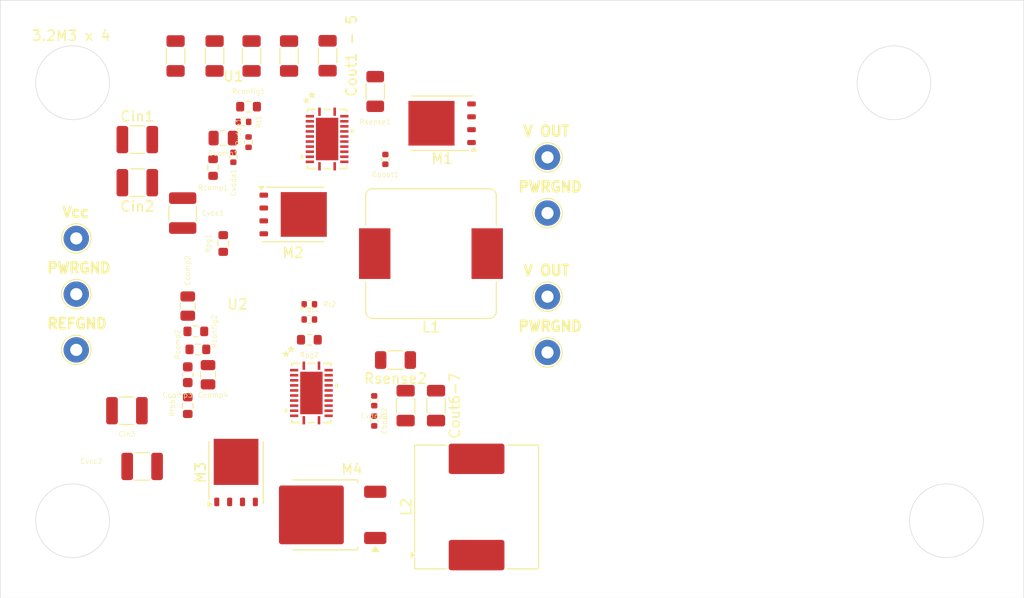
<source format=kicad_pcb>
(kicad_pcb (version 20241229) (generator "pcbnew") (generator_version "9.0")
  (layers (0 "F.Cu" signal) (4 "In1.Cu" mixed) (6 "In2.Cu" mixed) (2 "B.Cu" signal) (13 "F.Paste" user) (15 "B.Paste" user) (5 "F.SilkS" user "F.Silkscreen") (7 "B.SilkS" user "B.Silkscreen") (1 "F.Mask" user) (3 "B.Mask" user) (25 "Edge.Cuts" user))
  (net 0 "")
  (net 1 "Net-(U1-CBOOT)")
  (net 2 "Net-(M2-D)")
  (net 3 "Net-(M4-D)")
  (net 4 "Net-(U2-CBOOT)")
  (net 5 "GNDREF")
  (net 6 "Net-(Ccomp1-Pad1)")
  (net 7 "Net-(U1-EXTCOMP)")
  (net 8 "Net-(Ccomp3-Pad2)")
  (net 9 "Net-(U2-EXTCOMP)")
  (net 10 "GNDPWR")
  (net 11 "VCC")
  (net 12 "Net-(Con2-Pin_1)")
  (net 13 "Net-(Con3-Pin_1)")
  (net 14 "Net-(U1-VCC)")
  (net 15 "Net-(U2-VCC)")
  (net 16 "Net-(U1-PFM{slash}SYNC)")
  (net 17 "Net-(U2-PFM{slash}SYNC)")
  (net 18 "Net-(U1-ISNS+)")
  (net 19 "Net-(U2-ISNS+)")
  (net 20 "Net-(M1-G)")
  (net 21 "Net-(M2-G)")
  (net 22 "Net-(M3-G)")
  (net 23 "Net-(M4-G)")
  (net 24 "Net-(U1-CNFG)")
  (net 25 "Net-(U2-CNFG)")
  (net 26 "Net-(U2-FB)")
  (net 27 "Net-(U1-PG{slash}SYNCOUT)")
  (net 28 "Net-(U2-PG{slash}SYNCOUT)")
  (net 29 "Net-(U1-RT)")
  (net 30 "Net-(U2-RT)")
  (net 31 "Net-(U1-FB)")
  (footprint "Resistor_SMD:R_0402_1005Metric" (layer "F.Cu") (at 70 50 180)
    (property "Reference" "Rfbt1" (at 0 1 0) (layer "F.SilkS") (effects (font (size 0.5 0.5) (thickness 0.05))))
    (property "Value" "232K")
    (fp_line (start -0.153641 0.38) (end 0.153641 0.38) (stroke (width 0.12)) (layer "F.SilkS"))
    (fp_line (start -0.153641 -0.38) (end 0.153641 -0.38) (stroke (width 0.12)) (layer "F.SilkS"))
    (pad "1" smd roundrect (at -0.51 0 180) (size 0.54 0.64) (layers "F.Cu" "F.Mask" "F.Paste") (net 13 "Net-(Con3-Pin_1)"))
    (pad "2" smd roundrect (at 0.51 0 180) (size 0.54 0.64) (layers "F.Cu" "F.Mask" "F.Paste") (net 26 "Net-(U2-FB)"))
  )
  (footprint "Resistor_SMD:R_0603_1608Metric" (layer "F.Cu") (at 70 52)
    (property "Reference" "Rpg2" (at 0 1.5 0) (layer "F.SilkS") (effects (font (size 0.5 0.5) (thickness 0.05))))
    (property "Value" "100k")
    (fp_line (start -0.237258 -0.5225) (end 0.237258 -0.5225) (stroke (width 0.12)) (layer "F.SilkS"))
    (fp_line (start -0.237258 0.5225) (end 0.237258 0.5225) (stroke (width 0.12)) (layer "F.SilkS"))
    (pad "1" smd roundrect (at -0.825 0) (size 0.8 0.95) (layers "F.Cu" "F.Mask" "F.Paste") (net 15 "Net-(U2-VCC)"))
    (pad "2" smd roundrect (at 0.825 0) (size 0.8 0.95) (layers "F.Cu" "F.Mask" "F.Paste") (net 28 "Net-(U2-PG{slash}SYNCOUT)"))
  )
  (footprint "Capacitor_SMD:C_0402_1005Metric" (layer "F.Cu") (at 76.4036 58.02 -90)
    (property "Reference" "Cvdda2" (at 1.5 0 180) (layer "F.SilkS") (effects (font (size 0.5 0.5) (thickness 0.05))))
    (property "Value" "100n")
    (fp_line (start -0.107836 0.36) (end 0.107836 0.36) (stroke (width 0.12)) (layer "F.SilkS"))
    (fp_line (start -0.107836 -0.36) (end 0.107836 -0.36) (stroke (width 0.12)) (layer "F.SilkS"))
    (pad "1" smd roundrect (at -0.48 0 270) (size 0.56 0.62) (layers "F.Cu" "F.Mask" "F.Paste") (net 17 "Net-(U2-PFM{slash}SYNC)"))
    (pad "2" smd roundrect (at 0.48 0 270) (size 0.56 0.62) (layers "F.Cu" "F.Mask" "F.Paste") (net 5 "GNDREF"))
  )
  (footprint "Capacitor_SMD:C_0402_1005Metric" (layer "F.Cu") (at 76.4036 60.02 -90)
    (property "Reference" "Cboot2" (at 0 -1 90) (layer "F.SilkS") (effects (font (size 0.5 0.5) (thickness 0.05))))
    (property "Value" "100n")
    (fp_line (start -0.107836 0.36) (end 0.107836 0.36) (stroke (width 0.12)) (layer "F.SilkS"))
    (fp_line (start -0.107836 -0.36) (end 0.107836 -0.36) (stroke (width 0.12)) (layer "F.SilkS"))
    (pad "1" smd roundrect (at -0.48 0 270) (size 0.56 0.62) (layers "F.Cu" "F.Mask" "F.Paste") (net 4 "Net-(U2-CBOOT)"))
    (pad "2" smd roundrect (at 0.48 0 270) (size 0.56 0.62) (layers "F.Cu" "F.Mask" "F.Paste") (net 3 "Net-(M4-D)"))
  )
  (footprint "Resistor_SMD:R_0402_1005Metric" (layer "F.Cu") (at 70 48.5 180)
    (property "Reference" "Rt2" (at -2 0 0) (layer "F.SilkS") (effects (font (size 0.5 0.5) (thickness 0.05))))
    (property "Value" "29.4K")
    (fp_line (start -0.153641 0.38) (end 0.153641 0.38) (stroke (width 0.12)) (layer "F.SilkS"))
    (fp_line (start -0.153641 -0.38) (end 0.153641 -0.38) (stroke (width 0.12)) (layer "F.SilkS"))
    (pad "1" smd roundrect (at -0.51 0 180) (size 0.54 0.64) (layers "F.Cu" "F.Mask" "F.Paste") (net 5 "GNDREF"))
    (pad "2" smd roundrect (at 0.51 0 180) (size 0.54 0.64) (layers "F.Cu" "F.Mask" "F.Paste") (net 30 "Net-(U2-RT)"))
  )
  (footprint "Capacitor_SMD:C_0805_2012Metric" (layer "F.Cu") (at 60 55.45 90)
    (property "Reference" "Ccomp4" (at -2 0.5 180) (layer "F.SilkS") (effects (font (size 0.5 0.5) (thickness 0.05))))
    (property "Value" "68p")
    (fp_line (start -0.261252 -0.735) (end 0.261252 -0.735) (stroke (width 0.12)) (layer "F.SilkS"))
    (fp_line (start -0.261252 0.735) (end 0.261252 0.735) (stroke (width 0.12)) (layer "F.SilkS"))
    (pad "1" smd roundrect (at -0.95 0 90) (size 1 1.45) (layers "F.Cu" "F.Mask" "F.Paste") (net 5 "GNDREF"))
    (pad "2" smd roundrect (at 0.95 0 90) (size 1 1.45) (layers "F.Cu" "F.Mask" "F.Paste") (net 9 "Net-(U2-EXTCOMP)"))
  )
  (footprint "Capacitor_SMD:C_1210_3225Metric" (layer "F.Cu") (at 52 59 180)
    (property "Reference" "Cin3" (at 0 -2.3 0) (layer "F.SilkS") (effects (font (size 0.5 0.5) (thickness 0.05))))
    (property "Value" "3.3u")
    (fp_line (start -0.711252 1.36) (end 0.711252 1.36) (stroke (width 0.12)) (layer "F.SilkS"))
    (fp_line (start -0.711252 -1.36) (end 0.711252 -1.36) (stroke (width 0.12)) (layer "F.SilkS"))
    (pad "1" smd roundrect (at -1.475 0 180) (size 1.15 2.7) (layers "F.Cu" "F.Mask" "F.Paste") (roundrect_rratio 0.217391) (net 11 "VCC"))
    (pad "2" smd roundrect (at 1.475 0 180) (size 1.15 2.7) (layers "F.Cu" "F.Mask" "F.Paste") (roundrect_rratio 0.217391) (net 10 "GNDPWR"))
  )
  (footprint "Resistor_SMD:R_0603_1608Metric" (layer "F.Cu") (at 58 58.5 -90)
    (property "Reference" "Rfbb1" (at 0 1.5 90) (layer "F.SilkS") (effects (font (size 0.5 0.5) (thickness 0.05))))
    (property "Value" "10K")
    (fp_line (start -0.237258 0.5225) (end 0.237258 0.5225) (stroke (width 0.12)) (layer "F.SilkS"))
    (fp_line (start -0.237258 -0.5225) (end 0.237258 -0.5225) (stroke (width 0.12)) (layer "F.SilkS"))
    (pad "1" smd roundrect (at -0.825 0 270) (size 0.8 0.95) (layers "F.Cu" "F.Mask" "F.Paste") (net 26 "Net-(U2-FB)"))
    (pad "2" smd roundrect (at 0.825 0 270) (size 0.8 0.95) (layers "F.Cu" "F.Mask" "F.Paste") (net 10 "GNDPWR"))
  )
  (footprint "Wire Holes:Vout Holed" (layer "F.Cu") (at 93.5 34)
    (property "Reference" "Con2" (hide yes))
    (property "Value" "12V Out" (hide yes))
    (fp_circle (center 0 0) (end 0 1.45) (stroke (width 0.12)) (fill no) (layer "F.SilkS"))
    (fp_circle (center 0 5.5) (end 0 6.95) (stroke (width 0.12)) (fill no) (layer "F.SilkS"))
    (fp_text user "V OUT" (at -2.5 -2 0) (layer "F.SilkS") (effects (font (thickness 0.25) (bold yes)) (justify left bottom)))
    (fp_text user "PWRGND" (at -3 3.5 0) (layer "F.SilkS") (effects (font (thickness 0.25) (bold yes)) (justify left bottom)))
    (pad "1" thru_hole circle (at 0 0) (size 2.5 2.5) (drill 1.2) (layers "*.Cu" "*.Mask") (net 12 "Net-(Con2-Pin_1)"))
    (pad "2" thru_hole circle (at 0 5.5) (size 2.5 2.5) (drill 1.2) (layers "*.Cu" "*.Mask") (net 10 "GNDPWR"))
  )
  (footprint "Resistor_SMD:R_0603_1608Metric" (layer "F.Cu") (at 58.8 51.175)
    (property "Reference" "Rconfig2" (at 1.825 0 90) (layer "F.SilkS") (effects (font (size 0.5 0.5) (thickness 0.05))))
    (property "Value" "40.2K")
    (fp_line (start -0.237258 -0.5225) (end 0.237258 -0.5225) (stroke (width 0.12)) (layer "F.SilkS"))
    (fp_line (start -0.237258 0.5225) (end 0.237258 0.5225) (stroke (width 0.12)) (layer "F.SilkS"))
    (pad "1" smd roundrect (at -0.825 0) (size 0.8 0.95) (layers "F.Cu" "F.Mask" "F.Paste") (net 5 "GNDREF"))
    (pad "2" smd roundrect (at 0.825 0) (size 0.8 0.95) (layers "F.Cu" "F.Mask" "F.Paste") (net 25 "Net-(U2-CNFG)"))
  )
  (footprint "Resistor_SMD:R_0603_1608Metric" (layer "F.Cu") (at 61.5 42.5 -90)
    (property "Reference" "Rpg1" (at 0 1.5 90) (layer "F.SilkS") (effects (font (size 0.5 0.5) (thickness 0.05))))
    (property "Value" "100K")
    (fp_line (start -0.237258 0.5225) (end 0.237258 0.5225) (stroke (width 0.12)) (layer "F.SilkS"))
    (fp_line (start -0.237258 -0.5225) (end 0.237258 -0.5225) (stroke (width 0.12)) (layer "F.SilkS"))
    (pad "1" smd roundrect (at -0.825 0 270) (size 0.8 0.95) (layers "F.Cu" "F.Mask" "F.Paste") (net 14 "Net-(U1-VCC)"))
    (pad "2" smd roundrect (at 0.825 0 270) (size 0.8 0.95) (layers "F.Cu" "F.Mask" "F.Paste") (net 27 "Net-(U1-PG{slash}SYNCOUT)"))
  )
  (footprint "Package_TO_SOT_SMD:TO-252-2" (layer "F.Cu") (at 71.46 69.28 180)
    (property "Reference" "M4" (at -2.74 4.5 0) (layer "F.SilkS"))
    (property "Value" "100V 200A")
    (fp_line (start 3.11 3.45) (end -3.31 3.45) (stroke (width 0.12)) (layer "F.SilkS"))
    (fp_line (start 3.11 -3.45) (end -3.31 -3.45) (stroke (width 0.12)) (layer "F.SilkS"))
    (fp_line (start -3.31 3.45) (end -3.31 3.18) (stroke (width 0.12)) (layer "F.SilkS"))
    (fp_line (start -3.31 -3.45) (end -3.31 -3.18) (stroke (width 0.12)) (layer "F.SilkS"))
    (fp_poly (pts (xy -5.04 -3.14) (xy -5.38 -3.61) (xy -4.7 -3.61)) (stroke (width 0.12)) (fill yes) (layer "F.SilkS"))
    (pad "1" smd roundrect (at -5.04 -2.28 180) (size 2.2 1.2) (layers "F.Cu" "F.Mask" "F.Paste") (roundrect_rratio 0.208333) (net 23 "Net-(M4-G)"))
    (pad "2" smd roundrect (at 1.26 0 180) (size 6.4 5.8) (layers "F.Cu" "F.Mask") (roundrect_rratio 0.043103) (net 3 "Net-(M4-D)"))
    (pad "3" smd roundrect (at -5.04 2.28 180) (size 2.2 1.2) (layers "F.Cu" "F.Mask" "F.Paste") (roundrect_rratio 0.208333) (net 10 "GNDPWR"))
  )
  (footprint "Capacitor_SMD:C_1206_3216Metric" (layer "F.Cu") (at 79.5 58.5 -90)
    (property "Reference" "Cout7" (hide yes))
    (property "Value" "4.7u")
    (fp_line (start -0.711252 0.91) (end 0.711252 0.91) (stroke (width 0.12)) (layer "F.SilkS"))
    (fp_line (start -0.711252 -0.91) (end 0.711252 -0.91) (stroke (width 0.12)) (layer "F.SilkS"))
    (pad "1" smd roundrect (at -1.475 0 270) (size 1.15 1.8) (layers "F.Cu" "F.Mask" "F.Paste") (roundrect_rratio 0.217391) (net 13 "Net-(Con3-Pin_1)"))
    (pad "2" smd roundrect (at 1.475 0 270) (size 1.15 1.8) (layers "F.Cu" "F.Mask" "F.Paste") (roundrect_rratio 0.217391) (net 10 "GNDPWR"))
  )
  (footprint "Resistor_SMD:R_0603_1608Metric" (layer "F.Cu") (at 59 52.95)
    (property "Reference" "Rcomp2" (at -2 -0.5 90) (layer "F.SilkS") (effects (font (size 0.5 0.5) (thickness 0.05))))
    (property "Value" "5.23k")
    (fp_line (start -0.237258 -0.5225) (end 0.237258 -0.5225) (stroke (width 0.12)) (layer "F.SilkS"))
    (fp_line (start -0.237258 0.5225) (end 0.237258 0.5225) (stroke (width 0.12)) (layer "F.SilkS"))
    (pad "1" smd roundrect (at -0.825 0) (size 0.8 0.95) (layers "F.Cu" "F.Mask" "F.Paste") (net 8 "Net-(Ccomp3-Pad2)"))
    (pad "2" smd roundrect (at 0.825 0) (size 0.8 0.95) (layers "F.Cu" "F.Mask" "F.Paste") (net 9 "Net-(U2-EXTCOMP)"))
  )
  (footprint "Package_TO_SOT_SMD:TDSON-8-1" (layer "F.Cu") (at 83.1 30.635 180)
    (property "Reference" "M1" (at 0 -3.5 0) (layer "F.SilkS"))
    (property "Value" "80V 77A")
    (fp_line (start 3.06 2.685) (end -3.06 2.685) (stroke (width 0.12)) (layer "F.SilkS"))
    (fp_line (start 3.06 -2.685) (end -2.62 -2.685) (stroke (width 0.12)) (layer "F.SilkS"))
    (fp_poly (pts (xy -3.131622 -2.42027) (xy -3.371622 -2.75027) (xy -2.891622 -2.75027) (xy -3.131622 -2.42027)) (stroke (width 0.12)) (fill yes) (layer "F.SilkS"))
    (pad "1" smd roundrect (at -2.9 -1.905 180) (size 0.85 0.5) (layers "F.Cu" "F.Mask" "F.Paste") (net 2 "Net-(M2-D)"))
    (pad "2" smd roundrect (at -2.9 -0.635 180) (size 0.85 0.5) (layers "F.Cu" "F.Mask" "F.Paste") (net 2 "Net-(M2-D)"))
    (pad "3" smd roundrect (at -2.9 0.635 180) (size 0.85 0.5) (layers "F.Cu" "F.Mask" "F.Paste") (net 2 "Net-(M2-D)"))
    (pad "4" smd roundrect (at -2.9 1.905 180) (size 0.85 0.5) (layers "F.Cu" "F.Mask" "F.Paste") (net 20 "Net-(M1-G)"))
    (pad "5" smd rect (at 1.05 0 180) (size 4.55 4.41) (layers "F.Cu") (net 11 "VCC"))
  )
  (footprint "Resistor_SMD:R_1206_3216Metric" (layer "F.Cu") (at 76.5 27.5 90)
    (property "Reference" "Rsense1" (at -3 0 0) (layer "F.SilkS") (effects (font (size 0.5 0.5) (thickness 0.05))))
    (property "Value" "6m")
    (fp_line (start -0.727064 -0.91) (end 0.727064 -0.91) (stroke (width 0.12)) (layer "F.SilkS"))
    (fp_line (start -0.727064 0.91) (end 0.727064 0.91) (stroke (width 0.12)) (layer "F.SilkS"))
    (pad "1" smd roundrect (at -1.4625 0 90) (size 1.125 1.75) (layers "F.Cu" "F.Mask" "F.Paste") (roundrect_rratio 0.222222) (net 18 "Net-(U1-ISNS+)"))
    (pad "2" smd roundrect (at 1.4625 0 90) (size 1.125 1.75) (layers "F.Cu" "F.Mask" "F.Paste") (roundrect_rratio 0.222222) (net 12 "Net-(Con2-Pin_1)"))
  )
  (footprint "Inductor_SMD:L_Coilcraft_MSS1210-XXX" (layer "F.Cu") (at 86.5 68.5 90)
    (property "Reference" "L2" (at 0 -6.95 90) (layer "F.SilkS"))
    (property "Value" "10u")
    (fp_line (start 6.11 -6.11) (end 6.11 -3.01) (stroke (width 0.12)) (layer "F.SilkS"))
    (fp_line (start -4.453 -6.11) (end 6.11 -6.11) (stroke (width 0.12)) (layer "F.SilkS"))
    (fp_line (start -6.11 -6.11) (end -5.047 -6.11) (stroke (width 0.12)) (layer "F.SilkS"))
    (fp_line (start -6.11 -3.01) (end -6.11 -6.11) (stroke (width 0.12)) (layer "F.SilkS"))
    (fp_line (start 6.11 3.01) (end 6.11 6.11) (stroke (width 0.12)) (layer "F.SilkS"))
    (fp_line (start 6.11 6.11) (end -6.11 6.11) (stroke (width 0.12)) (layer "F.SilkS"))
    (fp_line (start -6.11 6.11) (end -6.11 3.01) (stroke (width 0.12)) (layer "F.SilkS"))
    (fp_poly (pts (xy -4.75 -6.11) (xy -4.99 -6.44) (xy -4.51 -6.44)) (stroke (width 0.12)) (fill yes) (layer "F.SilkS"))
    (pad "1" smd roundrect (at -4.75 0 90) (size 3 5.5) (layers "F.Cu" "F.Mask" "F.Paste") (roundrect_rratio 0.083333) (net 3 "Net-(M4-D)"))
    (pad "2" smd roundrect (at 4.75 0 90) (size 3 5.5) (layers "F.Cu" "F.Mask" "F.Paste") (roundrect_rratio 0.083333) (net 19 "Net-(U2-ISNS+)"))
  )
  (footprint "Resistor_SMD:R_0603_1608Metric" (layer "F.Cu") (at 60.5 35 -90)
    (property "Reference" "Rcomp1" (at 2 0 0) (layer "F.SilkS") (effects (font (size 0.5 0.5) (thickness 0.05))))
    (property "Value" "4.7K")
    (fp_line (start -0.237258 0.5225) (end 0.237258 0.5225) (stroke (width 0.12)) (layer "F.SilkS"))
    (fp_line (start -0.237258 -0.5225) (end 0.237258 -0.5225) (stroke (width 0.12)) (layer "F.SilkS"))
    (pad "1" smd roundrect (at -0.825 0 270) (size 0.8 0.95) (layers "F.Cu" "F.Mask" "F.Paste") (net 6 "Net-(Ccomp1-Pad1)"))
    (pad "2" smd roundrect (at 0.825 0 270) (size 0.8 0.95) (layers "F.Cu" "F.Mask" "F.Paste") (net 7 "Net-(U1-EXTCOMP)"))
  )
  (footprint "Capacitor_SMD:C_0805_2012Metric" (layer "F.Cu") (at 61.5 32.1)
    (property "Reference" "Ccomp1" (at 0 1.5 0) (layer "F.SilkS") (effects (font (size 0.5 0.5) (thickness 0.05))))
    (property "Value" "3.9n")
    (fp_line (start -0.261252 -0.735) (end 0.261252 -0.735) (stroke (width 0.12)) (layer "F.SilkS"))
    (fp_line (start -0.261252 0.735) (end 0.261252 0.735) (stroke (width 0.12)) (layer "F.SilkS"))
    (pad "1" smd roundrect (at -0.95 0) (size 1 1.45) (layers "F.Cu" "F.Mask" "F.Paste") (net 6 "Net-(Ccomp1-Pad1)"))
    (pad "2" smd roundrect (at 0.95 0) (size 1 1.45) (layers "F.Cu" "F.Mask" "F.Paste") (net 5 "GNDREF"))
  )
  (footprint "Capacitor_SMD:C_1210_3225Metric" (layer "F.Cu") (at 53.025 32.25)
    (property "Reference" "Cin1" (at 0 -2.3 0) (layer "F.SilkS"))
    (property "Value" "2.2u")
    (fp_line (start -0.711252 -1.36) (end 0.711252 -1.36) (stroke (width 0.12)) (layer "F.SilkS"))
    (fp_line (start -0.711252 1.36) (end 0.711252 1.36) (stroke (width 0.12)) (layer "F.SilkS"))
    (pad "1" smd roundrect (at -1.475 0) (size 1.15 2.7) (layers "F.Cu" "F.Mask" "F.Paste") (roundrect_rratio 0.217391) (net 11 "VCC"))
    (pad "2" smd roundrect (at 1.475 0) (size 1.15 2.7) (layers "F.Cu" "F.Mask" "F.Paste") (roundrect_rratio 0.217391) (net 10 "GNDPWR"))
  )
  (footprint "Capacitor_SMD:C_1206_3216Metric" (layer "F.Cu") (at 68 24 -90)
    (property "Reference" "Cout2" (hide yes))
    (property "Value" "10u")
    (fp_line (start -0.711252 0.91) (end 0.711252 0.91) (stroke (width 0.12)) (layer "F.SilkS"))
    (fp_line (start -0.711252 -0.91) (end 0.711252 -0.91) (stroke (width 0.12)) (layer "F.SilkS"))
    (pad "1" smd roundrect (at -1.475 0 270) (size 1.15 1.8) (layers "F.Cu" "F.Mask" "F.Paste") (roundrect_rratio 0.217391) (net 12 "Net-(Con2-Pin_1)"))
    (pad "2" smd roundrect (at 1.475 0 270) (size 1.15 1.8) (layers "F.Cu" "F.Mask" "F.Paste") (roundrect_rratio 0.217391) (net 10 "GNDPWR"))
  )
  (footprint "Resistor_SMD:R_0603_1608Metric" (layer "F.Cu") (at 64 29)
    (property "Reference" "Rconfig1" (at 0 -1.5 0) (layer "F.SilkS") (effects (font (size 0.5 0.5) (thickness 0.05))))
    (property "Value" "40.2K")
    (fp_line (start -0.237258 -0.5225) (end 0.237258 -0.5225) (stroke (width 0.12)) (layer "F.SilkS"))
    (fp_line (start -0.237258 0.5225) (end 0.237258 0.5225) (stroke (width 0.12)) (layer "F.SilkS"))
    (pad "1" smd roundrect (at -0.825 0) (size 0.8 0.95) (layers "F.Cu" "F.Mask" "F.Paste") (net 5 "GNDREF"))
    (pad "2" smd roundrect (at 0.825 0) (size 0.8 0.95) (layers "F.Cu" "F.Mask" "F.Paste") (net 24 "Net-(U1-CNFG)"))
  )
  (footprint "Capacitor_SMD:C_0805_2012Metric" (layer "F.Cu") (at 58 48.675 -90)
    (property "Reference" "Ccomp2" (at -3.5 0 90) (layer "F.SilkS") (effects (font (size 0.5 0.5) (thickness 0.05))))
    (property "Value" "100p")
    (fp_line (start -0.261252 0.735) (end 0.261252 0.735) (stroke (width 0.12)) (layer "F.SilkS"))
    (fp_line (start -0.261252 -0.735) (end 0.261252 -0.735) (stroke (width 0.12)) (layer "F.SilkS"))
    (pad "1" smd roundrect (at -0.95 0 270) (size 1 1.45) (layers "F.Cu" "F.Mask" "F.Paste") (net 7 "Net-(U1-EXTCOMP)"))
    (pad "2" smd roundrect (at 0.95 0 270) (size 1 1.45) (layers "F.Cu" "F.Mask" "F.Paste") (net 5 "GNDREF"))
  )
  (footprint "Resistor_SMD:R_0402_1005Metric" (layer "F.Cu") (at 64 32.5 -90)
    (property "Reference" "Rvdda1" (at -1.01 1 90) (layer "F.SilkS") (effects (font (size 0.5 0.5) (thickness 0.05))))
    (property "Value" "47.5K")
    (fp_line (start -0.153641 0.38) (end 0.153641 0.38) (stroke (width 0.12)) (layer "F.SilkS"))
    (fp_line (start -0.153641 -0.38) (end 0.153641 -0.38) (stroke (width 0.12)) (layer "F.SilkS"))
    (pad "1" smd roundrect (at -0.51 0 270) (size 0.54 0.64) (layers "F.Cu" "F.Mask" "F.Paste") (net 31 "Net-(U1-FB)"))
    (pad "2" smd roundrect (at 0.51 0 270) (size 0.54 0.64) (layers "F.Cu" "F.Mask" "F.Paste") (net 16 "Net-(U1-PFM{slash}SYNC)"))
  )
  (footprint "Wire Holes:Vin Holes" (layer "F.Cu") (at 47 42)
    (property "Reference" "Con1" (hide yes))
    (property "Value" "Battery In" (hide yes))
    (fp_circle (center 0 0) (end 0 1.45) (stroke (width 0.12)) (fill no) (layer "F.SilkS"))
    (fp_circle (center 0 5.5) (end 0 6.95) (stroke (width 0.12)) (fill no) (layer "F.SilkS"))
    (fp_circle (center 0 11) (end 0 12.45) (stroke (width 0.12)) (fill no) (layer "F.SilkS"))
    (fp_text user "PWRGND" (at -3 3.5 0) (layer "F.SilkS") (effects (font (thickness 0.25) (bold yes)) (justify left bottom)))
    (fp_text user "REFGND" (at -3 9 0) (layer "F.SilkS") (effects (font (thickness 0.25) (bold yes)) (justify left bottom)))
    (fp_text user "Vcc" (at -1.5 -2 0) (layer "F.SilkS") (effects (font (thickness 0.25) (bold yes)) (justify left bottom)))
    (pad "1" thru_hole circle (at 0 0) (size 2.5 2.5) (drill 1.2) (layers "*.Cu" "*.Mask") (net 11 "VCC"))
    (pad "2" thru_hole circle (at 0 5.5) (size 2.5 2.5) (drill 1.2) (layers "*.Cu" "*.Mask") (net 10 "GNDPWR"))
    (pad "3" thru_hole circle (at 0 11) (size 2.5 2.5) (drill 1.2) (layers "*.Cu" "*.Mask") (net 5 "GNDREF"))
  )
  (footprint "Wire Holes:Vout Holed" (layer "F.Cu") (at 93.5 47.75)
    (property "Reference" "Con3" (hide yes))
    (property "Value" "19.5V Out" (hide yes))
    (fp_circle (center 0 0) (end 0 1.45) (stroke (width 0.12)) (fill no) (layer "F.SilkS"))
    (fp_circle (center 0 5.5) (end 0 6.95) (stroke (width 0.12)) (fill no) (layer "F.SilkS"))
    (fp_text user "V OUT" (at -2.5 -2 0) (layer "F.SilkS") (effects (font (thickness 0.25) (bold yes)) (justify left bottom)))
    (fp_text user "PWRGND" (at -3 3.5 0) (layer "F.SilkS") (effects (font (thickness 0.25) (bold yes)) (justify left bottom)))
    (pad "1" thru_hole circle (at 0 0) (size 2.5 2.5) (drill 1.2) (layers "*.Cu" "*.Mask") (net 13 "Net-(Con3-Pin_1)"))
    (pad "2" thru_hole circle (at 0 5.5) (size 2.5 2.5) (drill 1.2) (layers "*.Cu" "*.Mask") (net 10 "GNDPWR"))
  )
  (footprint "Inductor_SMD:L_Bourns_SRP1245A" (layer "F.Cu") (at 82 43.5 180)
    (property "Reference" "L1" (at 0 -7.25 0) (layer "F.SilkS"))
    (property "Value" "6.8u")
    (fp_line (start 6.45 2.8) (end 6.45 5.7) (stroke (width 0.12)) (layer "F.SilkS"))
    (fp_line (start 6.45 -5.7) (end 6.45 -2.8) (stroke (width 0.12)) (layer "F.SilkS"))
    (fp_line (start 5.75 6.4) (end -5.75 6.4) (stroke (width 0.12)) (layer "F.SilkS"))
    (fp_line (start -5.75 -6.4) (end 5.75 -6.4) (stroke (width 0.12)) (layer "F.SilkS"))
    (fp_line (start -6.45 2.8) (end -6.45 5.7) (stroke (width 0.12)) (layer "F.SilkS"))
    (fp_line (start -6.45 -5.75) (end -6.45 -2.8) (stroke (width 0.12)) (layer "F.SilkS"))
    (fp_arc (start 6.45 5.7) (mid 6.244975 6.194975) (end 5.75 6.4) (stroke (width 0.12)) (layer "F.SilkS"))
    (fp_arc (start 5.75 -6.4) (mid 6.244975 -6.194975) (end 6.45 -5.7) (stroke (width 0.12)) (layer "F.SilkS"))
    (fp_arc (start -5.75 6.4) (mid -6.244975 6.194975) (end -6.45 5.7) (stroke (width 0.12)) (layer "F.SilkS"))
    (fp_arc (start -6.45 -5.7) (mid -6.244975 -6.194975) (end -5.75 -6.4) (stroke (width 0.12)) (layer "F.SilkS"))
    (pad "1" smd rect (at -5.55 0 180) (size 3.1 5) (layers "F.Cu" "F.Mask" "F.Paste") (net 2 "Net-(M2-D)"))
    (pad "2" smd rect (at 5.55 0 180) (size 3.1 5) (layers "F.Cu" "F.Mask" "F.Paste") (net 18 "Net-(U1-ISNS+)"))
  )
  (footprint "Capacitor_SMD:C_1206_3216Metric" (layer "F.Cu") (at 82.5 58.5 -90)
    (property "Reference" "Cout6-7" (at 0 -1.85 90) (layer "F.SilkS"))
    (property "Value" "4.7u")
    (fp_line (start -0.711252 0.91) (end 0.711252 0.91) (stroke (width 0.12)) (layer "F.SilkS"))
    (fp_line (start -0.711252 -0.91) (end 0.711252 -0.91) (stroke (width 0.12)) (layer "F.SilkS"))
    (pad "1" smd roundrect (at -1.475 0 270) (size 1.15 1.8) (layers "F.Cu" "F.Mask" "F.Paste") (roundrect_rratio 0.217391) (net 13 "Net-(Con3-Pin_1)"))
    (pad "2" smd roundrect (at 1.475 0 270) (size 1.15 1.8) (layers "F.Cu" "F.Mask" "F.Paste") (roundrect_rratio 0.217391) (net 10 "GNDPWR"))
  )
  (footprint "Capacitor_SMD:C_1206_3216Metric" (layer "F.Cu") (at 64.3 24 -90)
    (property "Reference" "Cout3" (hide yes))
    (property "Value" "10u")
    (fp_line (start -0.711252 0.91) (end 0.711252 0.91) (stroke (width 0.12)) (layer "F.SilkS"))
    (fp_line (start -0.711252 -0.91) (end 0.711252 -0.91) (stroke (width 0.12)) (layer "F.SilkS"))
    (pad "1" smd roundrect (at -1.475 0 270) (size 1.15 1.8) (layers "F.Cu" "F.Mask" "F.Paste") (roundrect_rratio 0.217391) (net 12 "Net-(Con2-Pin_1)"))
    (pad "2" smd roundrect (at 1.475 0 270) (size 1.15 1.8) (layers "F.Cu" "F.Mask" "F.Paste") (roundrect_rratio 0.217391) (net 10 "GNDPWR"))
  )
  (footprint "Capacitor_SMD:C_1206_3216Metric" (layer "F.Cu") (at 60.65 24 -90)
    (property "Reference" "Cout4" (hide yes))
    (property "Value" "10u")
    (fp_line (start -0.711252 0.91) (end 0.711252 0.91) (stroke (width 0.12)) (layer "F.SilkS"))
    (fp_line (start -0.711252 -0.91) (end 0.711252 -0.91) (stroke (width 0.12)) (layer "F.SilkS"))
    (pad "1" smd roundrect (at -1.475 0 270) (size 1.15 1.8) (layers "F.Cu" "F.Mask" "F.Paste") (roundrect_rratio 0.217391) (net 12 "Net-(Con2-Pin_1)"))
    (pad "2" smd roundrect (at 1.475 0 270) (size 1.15 1.8) (layers "F.Cu" "F.Mask" "F.Paste") (roundrect_rratio 0.217391) (net 10 "GNDPWR"))
  )
  (footprint "Resistor_SMD:R_0402_1005Metric" (layer "F.Cu") (at 63.5 30.5)
    (property "Reference" "Rt1" (at 1.5 0 90) (layer "F.SilkS") (effects (font (size 0.5 0.5) (thickness 0.05))))
    (property "Value" "39K")
    (fp_line (start -0.153641 -0.38) (end 0.153641 -0.38) (stroke (width 0.12)) (layer "F.SilkS"))
    (fp_line (start -0.153641 0.38) (end 0.153641 0.38) (stroke (width 0.12)) (layer "F.SilkS"))
    (pad "1" smd roundrect (at -0.51 0) (size 0.54 0.64) (layers "F.Cu" "F.Mask" "F.Paste") (net 5 "GNDREF"))
    (pad "2" smd roundrect (at 0.51 0) (size 0.54 0.64) (layers "F.Cu" "F.Mask" "F.Paste") (net 29 "Net-(U1-RT)"))
  )
  (footprint "LM5149:VQFN24_RGY_TEX" (layer "F.Cu") (at 71.750001 32.1924)
    (property "Reference" "U1" (at -9.249999 -6.1924 0) (layer "F.SilkS"))
    (property "Value" "LM5149RGYR")
    (fp_line (start -1.9304 -2.921) (end -1.9304 -2.709741) (stroke (width 0.1524)) (layer "F.SilkS"))
    (fp_line (start -1.9304 2.709741) (end -1.9304 2.921) (stroke (width 0.1524)) (layer "F.SilkS"))
    (fp_line (start -1.9304 2.921) (end -1.209741 2.921) (stroke (width 0.1524)) (layer "F.SilkS"))
    (fp_line (start -1.209741 -2.921) (end -1.9304 -2.921) (stroke (width 0.1524)) (layer "F.SilkS"))
    (fp_line (start -0.290261 2.921) (end 0.290261 2.921) (stroke (width 0.1524)) (layer "F.SilkS"))
    (fp_line (start 0.290261 -2.921) (end -0.290261 -2.921) (stroke (width 0.1524)) (layer "F.SilkS"))
    (fp_line (start 1.209741 2.921) (end 1.9304 2.921) (stroke (width 0.1524)) (layer "F.SilkS"))
    (fp_line (start 1.9304 -2.921) (end 1.209741 -2.921) (stroke (width 0.1524)) (layer "F.SilkS"))
    (fp_line (start 1.9304 -2.709741) (end 1.9304 -2.921) (stroke (width 0.1524)) (layer "F.SilkS"))
    (fp_line (start 1.9304 2.921) (end 1.9304 2.709741) (stroke (width 0.1524)) (layer "F.SilkS"))
    (fp_poly (pts (xy -2.6162 1.559499) (xy -2.6162 1.940499) (xy -2.3622 1.940499) (xy -2.3622 1.559499)) (fill yes) (layer "F.SilkS"))
    (fp_poly (pts (xy 2.6162 -0.940501) (xy 2.6162 -0.559501) (xy 2.3622 -0.559501) (xy 2.3622 -0.940501)) (fill yes) (layer "F.SilkS"))
    (fp_text user "*" (at -1.5 -4 0) (layer "F.SilkS"))
    (fp_text user "*" (at -2.04 -3.5 0) (layer "F.SilkS"))
    (pad "1" smd rect (at -0.750001 -2.6924) (size 0.254 0.8128) (layers "F.Cu" "F.Mask" "F.Paste") (net 5 "GNDREF"))
    (pad "2" smd rect (at -1.7018 -2.250001 90) (size 0.254 0.8128) (layers "F.Cu" "F.Mask" "F.Paste"))
    (pad "3" smd rect (at -1.7018 -1.749999 90) (size 0.254 0.8128) (layers "F.Cu" "F.Mask" "F.Paste") (net 24 "Net-(U1-CNFG)"))
    (pad "4" smd rect (at -1.7018 -1.25 90) (size 0.254 0.8128) (layers "F.Cu" "F.Mask" "F.Paste") (net 29 "Net-(U1-RT)"))
    (pad "5" smd rect (at -1.7018 -0.750001 90) (size 0.254 0.8128) (layers "F.Cu" "F.Mask" "F.Paste") (net 7 "Net-(U1-EXTCOMP)"))
    (pad "6" smd rect (at -1.7018 -0.25 90) (size 0.254 0.8128) (layers "F.Cu" "F.Mask" "F.Paste") (net 31 "Net-(U1-FB)"))
    (pad "7" smd rect (at -1.7018 0.25 90) (size 0.254 0.8128) (layers "F.Cu" "F.Mask" "F.Paste") (net 5 "GNDREF"))
    (pad "8" smd rect (at -1.7018 0.750001 90) (size 0.254 0.8128) (layers "F.Cu" "F.Mask" "F.Paste") (net 16 "Net-(U1-PFM{slash}SYNC)"))
    (pad "9" smd rect (at -1.7018 1.25 90) (size 0.254 0.8128) (layers "F.Cu" "F.Mask" "F.Paste") (net 14 "Net-(U1-VCC)"))
    (pad "10" smd rect (at -1.7018 1.749999 90) (size 0.254 0.8128) (layers "F.Cu" "F.Mask" "F.Paste") (net 10 "GNDPWR"))
    (pad "11" smd rect (at -1.7018 2.250001 90) (size 0.254 0.8128) (layers "F.Cu" "F.Mask" "F.Paste") (net 21 "Net-(M2-G)"))
    (pad "12" smd rect (at -0.750001 2.6924) (size 0.254 0.8128) (layers "F.Cu" "F.Mask" "F.Paste") (net 11 "VCC"))
    (pad "13" smd rect (at 0.750001 2.6924) (size 0.254 0.8128) (layers "F.Cu" "F.Mask" "F.Paste") (net 20 "Net-(M1-G)"))
    (pad "14" smd rect (at 1.7018 2.250001 90) (size 0.254 0.8128) (layers "F.Cu" "F.Mask" "F.Paste") (net 2 "Net-(M2-D)"))
    (pad "15" smd rect (at 1.7018 1.749999 90) (size 0.254 0.8128) (layers "F.Cu" "F.Mask" "F.Paste") (net 1 "Net-(U1-CBOOT)"))
    (pad "16" smd rect (at 1.7018 1.25 90) (size 0.254 0.8128) (layers "F.Cu" "F.Mask" "F.Paste") (net 5 "GNDREF"))
    (pad "17" smd rect (at 1.7018 0.750001 90) (size 0.254 0.8128) (layers "F.Cu" "F.Mask" "F.Paste") (net 27 "Net-(U1-PG{slash}SYNCOUT)"))
    (pad "18" smd rect (at 1.7018 0.25 90) (size 0.254 0.8128) (layers "F.Cu" "F.Mask" "F.Paste") (net 16 "Net-(U1-PFM{slash}SYNC)"))
    (pad "19" smd rect (at 1.7018 -0.25 90) (size 0.254 0.8128) (layers "F.Cu" "F.Mask" "F.Paste") (net 11 "VCC"))
    (pad "20" smd rect (at 1.7018 -0.750001 90) (size 0.254 0.8128) (layers "F.Cu" "F.Mask" "F.Paste") (net 18 "Net-(U1-ISNS+)"))
    (pad "21" smd rect (at 1.7018 -1.25 90) (size 0.254 0.8128) (layers "F.Cu" "F.Mask" "F.Paste") (net 12 "Net-(Con2-Pin_1)"))
    (pad "22" smd rect (at 1.7018 -1.749999 90) (size 0.254 0.8128) (layers "F.Cu" "F.Mask" "F.Paste"))
    (pad "23" smd rect (at 1.7018 -2.250001 90) (size 0.254 0.8128) (layers "F.Cu" "F.Mask" "F.Paste"))
    (pad "24" smd rect (at 0.750001 -2.6924) (size 0.254 0.8128) (layers "F.Cu" "F.Mask" "F.Paste") (net 5 "GNDREF"))
    (pad "25" smd rect (at 0 0) (size 2.2098 4.191) (layers "F.Cu" "F.Mask" "F.Paste") (net 5 "GNDREF"))
  )
  (footprint "Package_TO_SOT_SMD:TDSON-8-1" (layer "F.Cu") (at 68.4 39.635)
    (property "Reference" "M2" (at 0 3.785 0) (layer "F.SilkS"))
    (property "Value" "80V 77A")
    (fp_line (start 3.06 -2.685) (end -2.62 -2.685) (stroke (width 0.12)) (layer "F.SilkS"))
    (fp_line (start 3.06 2.685) (end -3.06 2.685) (stroke (width 0.12)) (layer "F.SilkS"))
    (fp_poly (pts (xy -3.131622 -2.42027) (xy -3.371622 -2.75027) (xy -2.891622 -2.75027) (xy -3.131622 -2.42027)) (stroke (width 0.12)) (fill yes) (layer "F.SilkS"))
    (pad "1" smd roundrect (at -2.9 -1.905) (size 0.85 0.5) (layers "F.Cu" "F.Mask" "F.Paste") (net 10 "GNDPWR"))
    (pad "2" smd roundrect (at -2.9 -0.635) (size 0.85 0.5) (layers "F.Cu" "F.Mask" "F.Paste") (net 10 "GNDPWR"))
    (pad "3" smd roundrect (at -2.9 0.635) (size 0.85 0.5) (layers "F.Cu" "F.Mask" "F.Paste") (net 10 "GNDPWR"))
    (pad "4" smd roundrect (at -2.9 1.905) (size 0.85 0.5) (layers "F.Cu" "F.Mask" "F.Paste") (net 21 "Net-(M2-G)"))
    (pad "5" smd rect (at 1.05 0) (size 4.55 4.41) (layers "F.Cu") (net 2 "Net-(M2-D)"))
  )
  (footprint "LM5149:VQFN24_RGY_TEX" (layer "F.Cu") (at 70.2018 57.25)
    (property "Reference" "U2" (at -7.2982 -8.75 0) (layer "F.SilkS"))
    (property "Value" "LM5149RGYR")
    (fp_line (start -1.9304 -2.921) (end -1.9304 -2.709741) (stroke (width 0.1524)) (layer "F.SilkS"))
    (fp_line (start -1.9304 2.709741) (end -1.9304 2.921) (stroke (width 0.1524)) (layer "F.SilkS"))
    (fp_line (start -1.9304 2.921) (end -1.209741 2.921) (stroke (width 0.1524)) (layer "F.SilkS"))
    (fp_line (start -1.209741 -2.921) (end -1.9304 -2.921) (stroke (width 0.1524)) (layer "F.SilkS"))
    (fp_line (start -0.290261 2.921) (end 0.290261 2.921) (stroke (width 0.1524)) (layer "F.SilkS"))
    (fp_line (start 0.290261 -2.921) (end -0.290261 -2.921) (stroke (width 0.1524)) (layer "F.SilkS"))
    (fp_line (start 1.209741 2.921) (end 1.9304 2.921) (stroke (width 0.1524)) (layer "F.SilkS"))
    (fp_line (start 1.9304 -2.921) (end 1.209741 -2.921) (stroke (width 0.1524)) (layer "F.SilkS"))
    (fp_line (start 1.9304 -2.709741) (end 1.9304 -2.921) (stroke (width 0.1524)) (layer "F.SilkS"))
    (fp_line (start 1.9304 2.921) (end 1.9304 2.709741) (stroke (width 0.1524)) (layer "F.SilkS"))
    (fp_poly (pts (xy -2.6162 1.559499) (xy -2.6162 1.940499) (xy -2.3622 1.940499) (xy -2.3622 1.559499)) (fill yes) (layer "F.SilkS"))
    (fp_poly (pts (xy 2.6162 -0.940501) (xy 2.6162 -0.559501) (xy 2.3622 -0.559501) (xy 2.3622 -0.940501)) (fill yes) (layer "F.SilkS"))
    (fp_text user "*" (at -2.5 -3.5 0) (layer "F.SilkS"))
    (fp_text user "*" (at -2 -4 0) (layer "F.SilkS"))
    (pad "1" smd rect (at -0.750001 -2.6924) (size 0.254 0.8128) (layers "F.Cu" "F.Mask" "F.Paste") (net 5 "GNDREF"))
    (pad "2" smd rect (at -1.7018 -2.250001 90) (size 0.254 0.8128) (layers "F.Cu" "F.Mask" "F.Paste"))
    (pad "3" smd rect (at -1.7018 -1.749999 90) (size 0.254 0.8128) (layers "F.Cu" "F.Mask" "F.Paste") (net 25 "Net-(U2-CNFG)"))
    (pad "4" smd rect (at -1.7018 -1.25 90) (size 0.254 0.8128) (layers "F.Cu" "F.Mask" "F.Paste") (net 30 "Net-(U2-RT)"))
    (pad "5" smd rect (at -1.7018 -0.750001 90) (size 0.254 0.8128) (layers "F.Cu" "F.Mask" "F.Paste") (net 9 "Net-(U2-EXTCOMP)"))
    (pad "6" smd rect (at -1.7018 -0.25 90) (size 0.254 0.8128) (layers "F.Cu" "F.Mask" "F.Paste") (net 26 "Net-(U2-FB)"))
    (pad "7" smd rect (at -1.7018 0.25 90) (size 0.254 0.8128) (layers "F.Cu" "F.Mask" "F.Paste") (net 5 "GNDREF"))
    (pad "8" smd rect (at -1.7018 0.750001 90) (size 0.254 0.8128) (layers "F.Cu" "F.Mask" "F.Paste") (net 17 "Net-(U2-PFM{slash}SYNC)"))
    (pad "9" smd rect (at -1.7018 1.25 90) (size 0.254 0.8128) (layers "F.Cu" "F.Mask" "F.Paste") (net 15 "Net-(U2-VCC)"))
    (pad "10" smd rect (at -1.7018 1.749999 90) (size 0.254 0.8128) (layers "F.Cu" "F.Mask" "F.Paste") (net 10 "GNDPWR"))
    (pad "11" smd rect (at -1.7018 2.250001 90) (size 0.254 0.8128) (layers "F.Cu" "F.Mask" "F.Paste") (net 23 "Net-(M4-G)"))
    (pad "12" smd rect (at -0.750001 2.6924) (size 0.254 0.8128) (layers "F.Cu" "F.Mask" "F.Paste") (net 11 "VCC"))
    (pad "13" smd rect (at 0.750001 2.6924) (size 0.254 0.8128) (layers "F.Cu" "F.Mask" "F.Paste") (net 22 "Net-(M3-G)"))
    (pad "14" smd rect (at 1.7018 2.250001 90) (size 0.254 0.8128) (layers "F.Cu" "F.Mask" "F.Paste") (net 3 "Net-(M4-D)"))
    (pad "15" smd rect (at 1.7018 1.749999 90) (size 0.254 0.8128) (layers "F.Cu" "F.Mask" "F.Paste") (net 4 "Net-(U2-CBOOT)"))
    (pad "16" smd rect (at 1.7018 1.25 90) (size 0.254 0.8128) (layers "F.Cu" "F.Mask" "F.Paste") (net 5 "GNDREF"))
    (pad "17" smd rect (at 1.7018 0.750001 90) (size 0.254 0.8128) (layers "F.Cu" "F.Mask" "F.Paste") (net 28 "Net-(U2-PG{slash}SYNCOUT)"))
    (pad "18" smd rect (at 1.7018 0.25 90) (size 0.254 0.8128) (layers "F.Cu" "F.Mask" "F.Paste") (net 17 "Net-(U2-PFM{slash}SYNC)"))
    (pad "19" smd rect (at 1.7018 -0.25 90) (size 0.254 0.8128) (layers "F.Cu" "F.Mask" "F.Paste") (net 11 "VCC"))
    (pad "20" smd rect (at 1.7018 -0.750001 90) (size 0.254 0.8128) (layers "F.Cu" "F.Mask" "F.Paste") (net 19 "Net-(U2-ISNS+)"))
    (pad "21" smd rect (at 1.7018 -1.25 90) (size 0.254 0.8128) (layers "F.Cu" "F.Mask" "F.Paste") (net 13 "Net-(Con3-Pin_1)"))
    (pad "22" smd rect (at 1.7018 -1.749999 90) (size 0.254 0.8128) (layers "F.Cu" "F.Mask" "F.Paste"))
    (pad "23" smd rect (at 1.7018 -2.250001 90) (size 0.254 0.8128) (layers "F.Cu" "F.Mask" "F.Paste"))
    (pad "24" smd rect (at 0.750001 -2.6924) (size 0.254 0.8128) (layers "F.Cu" "F.Mask" "F.Paste") (net 5 "GNDREF"))
    (pad "25" smd rect (at 0 0) (size 2.2098 4.191) (layers "F.Cu" "F.Mask" "F.Paste") (net 5 "GNDREF"))
  )
  (footprint "Resistor_SMD:R_1206_3216Metric" (layer "F.Cu") (at 78.5 54 180)
    (property "Reference" "Rsense2" (at 0 -1.83 0) (layer "F.SilkS"))
    (property "Value" "9m")
    (fp_line (start -0.727064 0.91) (end 0.727064 0.91) (stroke (width 0.12)) (layer "F.SilkS"))
    (fp_line (start -0.727064 -0.91) (end 0.727064 -0.91) (stroke (width 0.12)) (layer "F.SilkS"))
    (pad "1" smd roundrect (at -1.4625 0 180) (size 1.125 1.75) (layers "F.Cu" "F.Mask" "F.Paste") (roundrect_rratio 0.222222) (net 19 "Net-(U2-ISNS+)"))
    (pad "2" smd roundrect (at 1.4625 0 180) (size 1.125 1.75) (layers "F.Cu" "F.Mask" "F.Paste") (roundrect_rratio 0.222222) (net 13 "Net-(Con3-Pin_1)"))
  )
  (footprint "Capacitor_SMD:C_0603_1608Metric" (layer "F.Cu") (at 58 55.45 90)
    (property "Reference" "Ccomp3" (at -2 -1 180) (layer "F.SilkS") (effects (font (size 0.5 0.5) (thickness 0.05))))
    (property "Value" "2.7n")
    (fp_line (start -0.14058 -0.51) (end 0.14058 -0.51) (stroke (width 0.12)) (layer "F.SilkS"))
    (fp_line (start -0.14058 0.51) (end 0.14058 0.51) (stroke (width 0.12)) (layer "F.SilkS"))
    (pad "1" smd roundrect (at -0.775 0 90) (size 0.9 0.95) (layers "F.Cu" "F.Mask" "F.Paste") (net 5 "GNDREF"))
    (pad "2" smd roundrect (at 0.775 0 90) (size 0.9 0.95) (layers "F.Cu" "F.Mask" "F.Paste") (net 8 "Net-(Ccomp3-Pad2)"))
  )
  (footprint "Capacitor_SMD:C_1210_3225Metric" (layer "F.Cu") (at 53.025 36.5)
    (property "Reference" "Cin2" (at 0 2.3424 0) (layer "F.SilkS"))
    (property "Value" "2.2u")
    (fp_line (start -0.711252 -1.36) (end 0.711252 -1.36) (stroke (width 0.12)) (layer "F.SilkS"))
    (fp_line (start -0.711252 1.36) (end 0.711252 1.36) (stroke (width 0.12)) (layer "F.SilkS"))
    (pad "1" smd roundrect (at -1.475 0) (size 1.15 2.7) (layers "F.Cu" "F.Mask" "F.Paste") (roundrect_rratio 0.217391) (net 11 "VCC"))
    (pad "2" smd roundrect (at 1.475 0) (size 1.15 2.7) (layers "F.Cu" "F.Mask" "F.Paste") (roundrect_rratio 0.217391) (net 10 "GNDPWR"))
  )
  (footprint "Capacitor_SMD:C_0402_1005Metric" (layer "F.Cu") (at 62.5 34 90)
    (property "Reference" "Cvdda1" (at -2.5 0 90) (layer "F.SilkS") (effects (font (size 0.5 0.5) (thickness 0.05))))
    (property "Value" "100n")
    (fp_line (start -0.107836 -0.36) (end 0.107836 -0.36) (stroke (width 0.12)) (layer "F.SilkS"))
    (fp_line (start -0.107836 0.36) (end 0.107836 0.36) (stroke (width 0.12)) (layer "F.SilkS"))
    (pad "1" smd roundrect (at -0.48 0 90) (size 0.56 0.62) (layers "F.Cu" "F.Mask" "F.Paste") (net 16 "Net-(U1-PFM{slash}SYNC)"))
    (pad "2" smd roundrect (at 0.48 0 90) (size 0.56 0.62) (layers "F.Cu" "F.Mask" "F.Paste") (net 5 "GNDREF"))
  )
  (footprint "Capacitor_SMD:C_1210_3225Metric" (layer "F.Cu") (at 57.5 39.5 90)
    (property "Reference" "Cvcc1" (at 0 3 0) (layer "F.SilkS") (effects (font (size 0.5 0.5) (thickness 0.05))))
    (property "Value" "2.2u")
    (fp_line (start -0.711252 -1.36) (end 0.711252 -1.36) (stroke (width 0.12)) (layer "F.SilkS"))
    (fp_line (start -0.711252 1.36) (end 0.711252 1.36) (stroke (width 0.12)) (layer "F.SilkS"))
    (pad "1" smd roundrect (at -1.475 0 90) (size 1.15 2.7) (layers "F.Cu" "F.Mask" "F.Paste") (roundrect_rratio 0.217391) (net 14 "Net-(U1-VCC)"))
    (pad "2" smd roundrect (at 1.475 0 90) (size 1.15 2.7) (layers "F.Cu" "F.Mask" "F.Paste") (roundrect_rratio 0.217391) (net 10 "GNDPWR"))
  )
  (footprint "Capacitor_SMD:C_1206_3216Metric" (layer "F.Cu") (at 56.8 24 -90)
    (property "Reference" "Cout5" (hide yes))
    (property "Value" "10u")
    (fp_line (start -0.711252 0.91) (end 0.711252 0.91) (stroke (width 0.12)) (layer "F.SilkS"))
    (fp_line (start -0.711252 -0.91) (end 0.711252 -0.91) (stroke (width 0.12)) (layer "F.SilkS"))
    (pad "1" smd roundrect (at -1.475 0 270) (size 1.15 1.8) (layers "F.Cu" "F.Mask" "F.Paste") (roundrect_rratio 0.217391) (net 12 "Net-(Con2-Pin_1)"))
    (pad "2" smd roundrect (at 1.475 0 270) (size 1.15 1.8) (layers "F.Cu" "F.Mask" "F.Paste") (roundrect_rratio 0.217391) (net 10 "GNDPWR"))
  )
  (footprint "Capacitor_SMD:C_1206_3216Metric" (layer "F.Cu") (at 71.8 23.975 -90)
    (property "Reference" "Cout1 - 5" (at 0 -2.35 90) (layer "F.SilkS"))
    (property "Value" "10u")
    (fp_line (start -0.711252 0.91) (end 0.711252 0.91) (stroke (width 0.12)) (layer "F.SilkS"))
    (fp_line (start -0.711252 -0.91) (end 0.711252 -0.91) (stroke (width 0.12)) (layer "F.SilkS"))
    (pad "1" smd roundrect (at -1.475 0 270) (size 1.15 1.8) (layers "F.Cu" "F.Mask" "F.Paste") (roundrect_rratio 0.217391) (net 12 "Net-(Con2-Pin_1)"))
    (pad "2" smd roundrect (at 1.475 0 270) (size 1.15 1.8) (layers "F.Cu" "F.Mask" "F.Paste") (roundrect_rratio 0.217391) (net 10 "GNDPWR"))
  )
  (footprint "Package_TO_SOT_SMD:TDSON-8-1" (layer "F.Cu") (at 62.7686 65.1 90)
    (property "Reference" "M3" (at 0 -3.5 90) (layer "F.SilkS"))
    (property "Value" "80V 77A")
    (fp_line (start 3.06 -2.685) (end -2.62 -2.685) (stroke (width 0.12)) (layer "F.SilkS"))
    (fp_line (start 3.06 2.685) (end -3.06 2.685) (stroke (width 0.12)) (layer "F.SilkS"))
    (fp_poly (pts (xy -3.131622 -2.42027) (xy -3.371622 -2.75027) (xy -2.891622 -2.75027) (xy -3.131622 -2.42027)) (stroke (width 0.12)) (fill yes) (layer "F.SilkS"))
    (pad "1" smd roundrect (at -2.9 -1.905 90) (size 0.85 0.5) (layers "F.Cu" "F.Mask" "F.Paste") (net 3 "Net-(M4-D)"))
    (pad "2" smd roundrect (at -2.9 -0.635 90) (size 0.85 0.5) (layers "F.Cu" "F.Mask" "F.Paste") (net 3 "Net-(M4-D)"))
    (pad "3" smd roundrect (at -2.9 0.635 90) (size 0.85 0.5) (layers "F.Cu" "F.Mask" "F.Paste") (net 3 "Net-(M4-D)"))
    (pad "4" smd roundrect (at -2.9 1.905 90) (size 0.85 0.5) (layers "F.Cu" "F.Mask" "F.Paste") (net 22 "Net-(M3-G)"))
    (pad "5" smd rect (at 1.05 0 90) (size 4.55 4.41) (layers "F.Cu") (net 11 "VCC"))
  )
  (footprint "Capacitor_SMD:C_1210_3225Metric" (layer "F.Cu") (at 53.5 64.5)
    (property "Reference" "Cvcc2" (at -5 -0.5 0) (layer "F.SilkS") (effects (font (size 0.5 0.5) (thickness 0.05))))
    (property "Value" "2.2u")
    (fp_line (start -0.711252 -1.36) (end 0.711252 -1.36) (stroke (width 0.12)) (layer "F.SilkS"))
    (fp_line (start -0.711252 1.36) (end 0.711252 1.36) (stroke (width 0.12)) (layer "F.SilkS"))
    (pad "1" smd roundrect (at -1.475 0) (size 1.15 2.7) (layers "F.Cu" "F.Mask" "F.Paste") (roundrect_rratio 0.217391) (net 15 "Net-(U2-VCC)"))
    (pad "2" smd roundrect (at 1.475 0) (size 1.15 2.7) (layers "F.Cu" "F.Mask" "F.Paste") (roundrect_rratio 0.217391) (net 10 "GNDPWR"))
  )
  (footprint "Capacitor_SMD:C_0402_1005Metric" (layer "F.Cu") (at 77.5 34.2 -90)
    (property "Reference" "Cboot1" (at 1.5 0 180) (layer "F.SilkS") (effects (font (size 0.5 0.5) (thickness 0.05))))
    (property "Value" "100n")
    (fp_line (start -0.107836 0.36) (end 0.107836 0.36) (stroke (width 0.12)) (layer "F.SilkS"))
    (fp_line (start -0.107836 -0.36) (end 0.107836 -0.36) (stroke (width 0.12)) (layer "F.SilkS"))
    (pad "1" smd roundrect (at -0.48 0 270) (size 0.56 0.62) (layers "F.Cu" "F.Mask" "F.Paste") (net 1 "Net-(U1-CBOOT)"))
    (pad "2" smd roundrect (at 0.48 0 270) (size 0.56 0.62) (layers "F.Cu" "F.Mask" "F.Paste") (net 2 "Net-(M2-D)"))
  )
  (gr_circle (center 46.640055 26.640055) (end 50.140055 25.640055) (stroke (width 0.05)) (fill no) (layer "Edge.Cuts"))
  (gr_circle (center 132.859945 69.859945) (end 136.359945 68.859945) (stroke (width 0.05)) (fill no) (layer "Edge.Cuts"))
  (gr_rect (start 39.5 18.5) (end 140.5 77.5) (stroke (width 0.05)) (fill no) (layer "Edge.Cuts"))
  (gr_circle (center 46.640055 69.859945) (end 50.140055 68.859945) (stroke (width 0.05)) (fill no) (layer "Edge.Cuts"))
  (gr_circle (center 127.684945 26.640055) (end 131.184945 25.640055) (stroke (width 0.05)) (fill no) (layer "Edge.Cuts"))
  (gr_text "3.2M3 x 4" (at 46.5 22 0) (layer "F.SilkS") (effects (font (size 1 1))))
)
</source>
